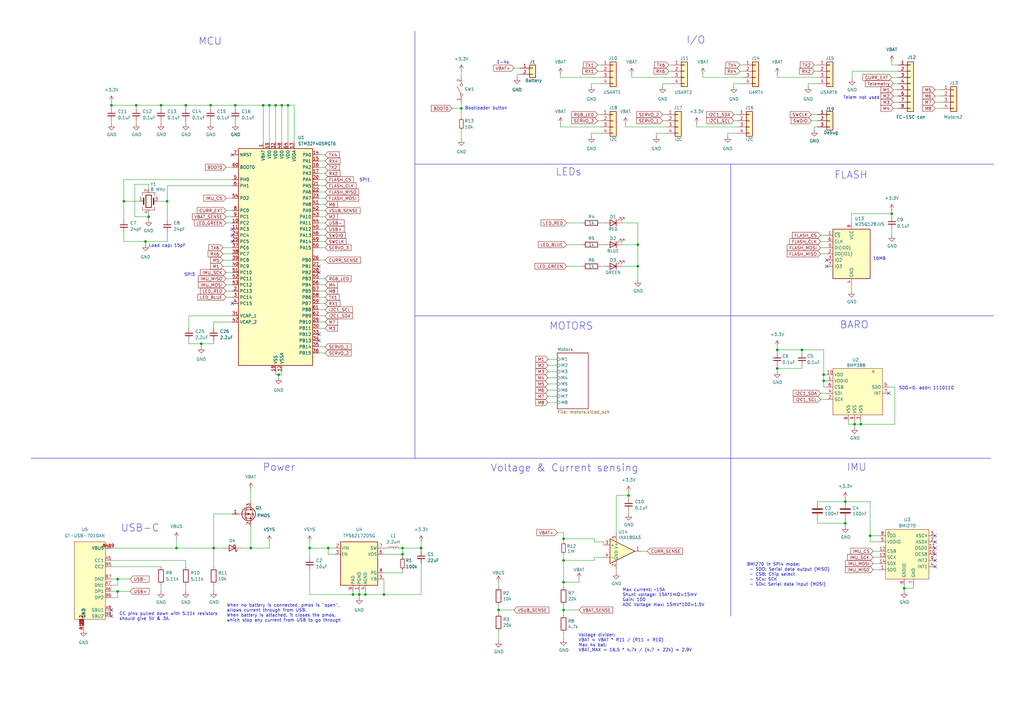
<source format=kicad_sch>
(kicad_sch (version 20231120) (generator "eeschema") (generator_version "8.0")
  (paper "A3")
  (junction (at 96.52 43.18))
  (junction (at 165.1 227.33))
  (junction (at 204.47 250.19))
  (junction (at 337.82 153.67))
  (junction (at 66.04 43.18))
  (junction (at 147.32 243.84))
  (junction (at 127 224.79))
  (junction (at 144.78 243.84))
  (junction (at 86.36 43.18))
  (junction (at 356.87 219.71))
  (junction (at 346.71 214.63))
  (junction (at 350.52 173.99))
  (junction (at 337.82 156.21))
  (junction (at 48.26 237.49))
  (junction (at 149.86 243.84))
  (junction (at 107.95 43.18))
  (junction (at 365.76 87.63))
  (junction (at 114.3 153.67))
  (junction (at 76.2 43.18))
  (junction (at 346.71 205.74))
  (junction (at 257.81 203.2))
  (junction (at 261.62 100.33))
  (junction (at 48.26 242.57))
  (junction (at 231.14 229.87))
  (junction (at 165.1 224.79))
  (junction (at 353.06 173.99))
  (junction (at 72.39 224.79))
  (junction (at 231.14 238.76))
  (junction (at 60.96 88.9))
  (junction (at 261.62 109.22))
  (junction (at 172.72 224.79))
  (junction (at 110.49 43.18))
  (junction (at 231.14 220.98))
  (junction (at 157.48 243.84))
  (junction (at 370.84 241.3))
  (junction (at 45.72 43.18))
  (junction (at 68.58 82.55))
  (junction (at 231.14 250.19))
  (junction (at 318.77 151.13))
  (junction (at 87.63 224.79))
  (junction (at 55.88 43.18))
  (junction (at 318.77 143.51))
  (junction (at 328.93 143.51))
  (junction (at 118.11 43.18))
  (junction (at 82.55 140.97))
  (junction (at 189.23 44.45))
  (junction (at 134.62 224.79))
  (junction (at 59.69 99.06))
  (junction (at 50.8 82.55))
  (junction (at 115.57 43.18))
  (junction (at 113.03 43.18))
  (junction (at 102.87 224.79))
  (no_connect (at 383.54 222.25))
  (no_connect (at 364.49 161.29))
  (no_connect (at 339.09 109.22))
  (no_connect (at 383.54 227.33))
  (no_connect (at 95.25 96.52))
  (no_connect (at 95.25 124.46))
  (no_connect (at 45.72 252.73))
  (no_connect (at 130.81 137.16))
  (no_connect (at 95.25 93.98))
  (no_connect (at 383.54 229.87))
  (no_connect (at 130.81 139.7))
  (no_connect (at 45.72 250.19))
  (no_connect (at 383.54 219.71))
  (no_connect (at 130.81 109.22))
  (no_connect (at 339.09 106.68))
  (no_connect (at 383.54 224.79))
  (no_connect (at 95.25 99.06))
  (no_connect (at 383.54 232.41))
  (no_connect (at 95.25 63.5))
  (no_connect (at 130.81 111.76))
  (wire (pts (xy 127 233.68) (xy 127 243.84)))
  (wire (pts (xy 285.75 50.8) (xy 285.75 52.07)))
  (wire (pts (xy 224.79 160.02) (xy 228.6 160.02)))
  (wire (pts (xy 331.47 34.29) (xy 335.28 34.29)))
  (wire (pts (xy 365.76 26.67) (xy 368.3 26.67)))
  (wire (pts (xy 127 224.79) (xy 127 228.6)))
  (wire (pts (xy 76.2 49.53) (xy 76.2 50.8)))
  (wire (pts (xy 204.47 250.19) (xy 210.82 250.19)))
  (wire (pts (xy 224.79 157.48) (xy 228.6 157.48)))
  (wire (pts (xy 45.72 43.18) (xy 45.72 44.45)))
  (wire (pts (xy 365.76 25.4) (xy 365.76 26.67)))
  (wire (pts (xy 300.99 46.99) (xy 302.26 46.99)))
  (wire (pts (xy 130.81 134.62) (xy 133.35 134.62)))
  (wire (pts (xy 204.47 251.46) (xy 204.47 250.19)))
  (wire (pts (xy 50.8 82.55) (xy 50.8 90.17)))
  (wire (pts (xy 50.8 95.25) (xy 50.8 99.06)))
  (wire (pts (xy 110.49 224.79) (xy 110.49 222.25)))
  (wire (pts (xy 144.78 243.84) (xy 144.78 242.57)))
  (wire (pts (xy 332.74 49.53) (xy 335.28 49.53)))
  (wire (pts (xy 365.76 93.98) (xy 365.76 96.52)))
  (wire (pts (xy 224.79 147.32) (xy 228.6 147.32)))
  (wire (pts (xy 92.71 119.38) (xy 95.25 119.38)))
  (wire (pts (xy 318.77 142.24) (xy 318.77 143.51)))
  (wire (pts (xy 337.82 156.21) (xy 339.09 156.21)))
  (wire (pts (xy 271.78 46.99) (xy 273.05 46.99)))
  (wire (pts (xy 157.48 227.33) (xy 165.1 227.33)))
  (wire (pts (xy 60.96 88.9) (xy 60.96 90.17)))
  (wire (pts (xy 350.52 173.99) (xy 347.98 173.99)))
  (wire (pts (xy 350.52 172.72) (xy 350.52 173.99)))
  (wire (pts (xy 298.45 55.88) (xy 298.45 54.61)))
  (wire (pts (xy 231.14 227.33) (xy 231.14 229.87)))
  (wire (pts (xy 261.62 91.44) (xy 261.62 100.33)))
  (wire (pts (xy 350.52 173.99) (xy 353.06 173.99)))
  (wire (pts (xy 113.03 153.67) (xy 113.03 152.4)))
  (wire (pts (xy 50.8 99.06) (xy 59.69 99.06)))
  (wire (pts (xy 366.395 39.37) (xy 368.3 39.37)))
  (wire (pts (xy 64.77 82.55) (xy 68.58 82.55)))
  (wire (pts (xy 87.63 224.79) (xy 91.44 224.79)))
  (wire (pts (xy 115.57 153.67) (xy 115.57 152.4)))
  (wire (pts (xy 130.81 68.58) (xy 133.35 68.58)))
  (wire (pts (xy 77.47 129.54) (xy 77.47 134.62)))
  (wire (pts (xy 95.25 129.54) (xy 77.47 129.54)))
  (wire (pts (xy 358.14 226.06) (xy 360.68 226.06)))
  (wire (pts (xy 358.14 231.14) (xy 360.68 231.14)))
  (wire (pts (xy 300.99 35.56) (xy 300.99 34.29)))
  (wire (pts (xy 318.77 31.75) (xy 335.28 31.75)))
  (wire (pts (xy 45.72 240.03) (xy 48.26 240.03)))
  (wire (pts (xy 66.04 232.41) (xy 45.72 232.41)))
  (wire (pts (xy 130.81 142.24) (xy 133.35 142.24)))
  (wire (pts (xy 157.48 224.79) (xy 158.75 224.79)))
  (wire (pts (xy 336.55 99.06) (xy 339.09 99.06)))
  (wire (pts (xy 189.23 31.75) (xy 189.23 29.21)))
  (wire (pts (xy 114.3 153.67) (xy 115.57 153.67)))
  (wire (pts (xy 130.81 83.82) (xy 133.35 83.82)))
  (wire (pts (xy 45.72 41.91) (xy 45.72 43.18)))
  (wire (pts (xy 163.83 224.79) (xy 165.1 224.79)))
  (wire (pts (xy 259.08 31.75) (xy 275.59 31.75)))
  (wire (pts (xy 59.69 99.06) (xy 59.69 100.33)))
  (wire (pts (xy 318.77 143.51) (xy 328.93 143.51)))
  (wire (pts (xy 76.2 43.18) (xy 76.2 44.45)))
  (wire (pts (xy 130.81 127) (xy 133.35 127)))
  (wire (pts (xy 337.82 153.67) (xy 337.82 156.21)))
  (wire (pts (xy 102.87 215.9) (xy 102.87 224.79)))
  (wire (pts (xy 130.81 86.36) (xy 133.35 86.36)))
  (wire (pts (xy 257.81 203.2) (xy 252.73 203.2)))
  (wire (pts (xy 364.49 158.75) (xy 367.03 158.75)))
  (wire (pts (xy 224.79 165.1) (xy 228.6 165.1)))
  (wire (pts (xy 246.38 109.22) (xy 247.65 109.22)))
  (wire (pts (xy 45.72 224.79) (xy 72.39 224.79)))
  (wire (pts (xy 242.57 54.61) (xy 246.38 54.61)))
  (wire (pts (xy 130.81 63.5) (xy 133.35 63.5)))
  (wire (pts (xy 383.54 44.45) (xy 386.08 44.45)))
  (wire (pts (xy 92.71 86.36) (xy 95.25 86.36)))
  (wire (pts (xy 274.32 29.21) (xy 275.59 29.21)))
  (wire (pts (xy 87.63 242.57) (xy 87.63 240.03)))
  (wire (pts (xy 130.81 129.54) (xy 133.35 129.54)))
  (polyline (pts (xy 170.18 129.54) (xy 407.67 129.54)))
  (wire (pts (xy 346.71 205.74) (xy 335.28 205.74)))
  (wire (pts (xy 157.48 237.49) (xy 157.48 243.84)))
  (wire (pts (xy 96.52 49.53) (xy 96.52 50.8)))
  (wire (pts (xy 335.28 214.63) (xy 346.71 214.63)))
  (wire (pts (xy 87.63 132.08) (xy 95.25 132.08)))
  (wire (pts (xy 130.81 121.92) (xy 133.35 121.92)))
  (wire (pts (xy 242.57 55.88) (xy 242.57 54.61)))
  (wire (pts (xy 107.95 43.18) (xy 107.95 58.42)))
  (wire (pts (xy 383.54 39.37) (xy 386.08 39.37)))
  (wire (pts (xy 224.79 149.86) (xy 228.6 149.86)))
  (wire (pts (xy 76.2 43.18) (xy 86.36 43.18)))
  (wire (pts (xy 50.8 73.66) (xy 50.8 82.55)))
  (wire (pts (xy 224.79 152.4) (xy 228.6 152.4)))
  (wire (pts (xy 252.73 233.68) (xy 252.73 234.95)))
  (wire (pts (xy 212.09 30.48) (xy 213.36 30.48)))
  (wire (pts (xy 134.62 224.79) (xy 137.16 224.79)))
  (wire (pts (xy 127 224.79) (xy 134.62 224.79)))
  (wire (pts (xy 87.63 140.97) (xy 82.55 140.97)))
  (wire (pts (xy 172.72 243.84) (xy 172.72 231.14)))
  (wire (pts (xy 45.72 49.53) (xy 45.72 50.8)))
  (wire (pts (xy 257.81 201.93) (xy 257.81 203.2)))
  (wire (pts (xy 353.06 173.99) (xy 353.06 172.72)))
  (wire (pts (xy 72.39 220.98) (xy 72.39 224.79)))
  (wire (pts (xy 87.63 232.41) (xy 87.63 224.79)))
  (wire (pts (xy 91.44 104.14) (xy 95.25 104.14)))
  (polyline (pts (xy 170.18 12.7) (xy 170.18 187.96)))
  (wire (pts (xy 82.55 140.97) (xy 82.55 142.24)))
  (wire (pts (xy 34.29 256.54) (xy 34.29 258.445)))
  (wire (pts (xy 72.39 224.79) (xy 87.63 224.79)))
  (wire (pts (xy 120.65 58.42) (xy 120.65 43.18)))
  (wire (pts (xy 256.54 52.07) (xy 273.05 52.07)))
  (wire (pts (xy 261.62 109.22) (xy 261.62 114.935)))
  (wire (pts (xy 212.09 31.75) (xy 212.09 30.48)))
  (wire (pts (xy 55.88 43.18) (xy 66.04 43.18)))
  (wire (pts (xy 204.47 262.89) (xy 204.47 259.08)))
  (wire (pts (xy 224.79 162.56) (xy 228.6 162.56)))
  (wire (pts (xy 367.03 173.99) (xy 367.03 158.75)))
  (wire (pts (xy 349.25 87.63) (xy 349.25 91.44)))
  (wire (pts (xy 334.01 26.67) (xy 335.28 26.67)))
  (wire (pts (xy 269.24 54.61) (xy 273.05 54.61)))
  (wire (pts (xy 96.52 43.18) (xy 107.95 43.18)))
  (wire (pts (xy 92.71 91.44) (xy 95.25 91.44)))
  (wire (pts (xy 165.1 224.79) (xy 172.72 224.79)))
  (wire (pts (xy 45.72 237.49) (xy 48.26 237.49)))
  (wire (pts (xy 358.14 228.6) (xy 360.68 228.6)))
  (wire (pts (xy 246.38 91.44) (xy 247.65 91.44)))
  (wire (pts (xy 366.395 36.83) (xy 368.3 36.83)))
  (wire (pts (xy 346.71 205.74) (xy 346.71 204.47)))
  (wire (pts (xy 243.84 220.98) (xy 231.14 220.98)))
  (wire (pts (xy 318.77 30.48) (xy 318.77 31.75)))
  (wire (pts (xy 242.57 34.29) (xy 246.38 34.29)))
  (wire (pts (xy 356.87 222.25) (xy 360.68 222.25)))
  (wire (pts (xy 92.71 88.9) (xy 95.25 88.9)))
  (wire (pts (xy 165.1 234.95) (xy 165.1 233.68)))
  (wire (pts (xy 48.26 242.57) (xy 48.26 245.11)))
  (wire (pts (xy 231.14 250.19) (xy 237.49 250.19)))
  (wire (pts (xy 45.72 43.18) (xy 55.88 43.18)))
  (wire (pts (xy 300.99 34.29) (xy 304.8 34.29)))
  (wire (pts (xy 66.04 49.53) (xy 66.04 50.8)))
  (wire (pts (xy 271.78 49.53) (xy 273.05 49.53)))
  (wire (pts (xy 130.81 101.6) (xy 133.35 101.6)))
  (wire (pts (xy 347.98 173.99) (xy 347.98 172.72)))
  (wire (pts (xy 130.81 66.04) (xy 133.35 66.04)))
  (wire (pts (xy 130.81 76.2) (xy 133.35 76.2)))
  (wire (pts (xy 245.11 26.67) (xy 246.38 26.67)))
  (wire (pts (xy 257.81 203.2) (xy 257.81 204.47)))
  (wire (pts (xy 232.41 100.33) (xy 238.76 100.33)))
  (wire (pts (xy 130.81 73.66) (xy 133.35 73.66)))
  (wire (pts (xy 255.27 109.22) (xy 261.62 109.22)))
  (wire (pts (xy 95.25 76.2) (xy 68.58 76.2)))
  (wire (pts (xy 76.2 242.57) (xy 76.2 240.03)))
  (wire (pts (xy 87.63 134.62) (xy 87.63 132.08)))
  (wire (pts (xy 91.44 109.22) (xy 95.25 109.22)))
  (wire (pts (xy 370.84 240.03) (xy 370.84 241.3)))
  (wire (pts (xy 130.81 81.28) (xy 133.35 81.28)))
  (wire (pts (xy 165.1 227.33) (xy 165.1 224.79)))
  (wire (pts (xy 346.71 205.74) (xy 356.87 205.74)))
  (wire (pts (xy 318.77 151.13) (xy 328.93 151.13)))
  (wire (pts (xy 335.28 213.36) (xy 335.28 214.63)))
  (wire (pts (xy 172.72 226.06) (xy 172.72 224.79)))
  (wire (pts (xy 328.93 144.78) (xy 328.93 143.51)))
  (wire (pts (xy 243.84 228.6) (xy 247.65 228.6)))
  (wire (pts (xy 349.25 116.84) (xy 349.25 119.38)))
  (wire (pts (xy 110.49 58.42) (xy 110.49 43.18)))
  (wire (pts (xy 339.09 158.75) (xy 337.82 158.75)))
  (wire (pts (xy 339.09 153.67) (xy 337.82 153.67)))
  (wire (pts (xy 237.49 238.76) (xy 237.49 237.49)))
  (wire (pts (xy 346.71 214.63) (xy 346.71 215.9)))
  (wire (pts (xy 115.57 58.42) (xy 115.57 43.18)))
  (wire (pts (xy 353.06 173.99) (xy 367.03 173.99)))
  (wire (pts (xy 96.52 43.18) (xy 96.52 44.45)))
  (wire (pts (xy 48.26 237.49) (xy 53.34 237.49)))
  (wire (pts (xy 224.79 154.94) (xy 228.6 154.94)))
  (wire (pts (xy 68.58 76.2) (xy 68.58 82.55)))
  (wire (pts (xy 165.1 228.6) (xy 165.1 227.33)))
  (wire (pts (xy 229.87 30.48) (xy 229.87 31.75)))
  (wire (pts (xy 303.53 29.21) (xy 304.8 29.21)))
  (wire (pts (xy 86.36 49.53) (xy 86.36 50.8)))
  (wire (pts (xy 92.71 111.76) (xy 95.25 111.76)))
  (wire (pts (xy 66.04 242.57) (xy 66.04 240.03)))
  (wire (pts (xy 87.63 210.82) (xy 95.25 210.82)))
  (wire (pts (xy 300.99 49.53) (xy 302.26 49.53)))
  (wire (pts (xy 114.3 153.67) (xy 113.03 153.67)))
  (wire (pts (xy 91.44 106.68) (xy 95.25 106.68)))
  (wire (pts (xy 331.47 35.56) (xy 331.47 34.29)))
  (wire (pts (xy 68.58 82.55) (xy 68.58 90.17)))
  (wire (pts (xy 66.04 43.18) (xy 76.2 43.18)))
  (wire (pts (xy 130.81 114.3) (xy 133.35 114.3)))
  (wire (pts (xy 383.54 36.83) (xy 386.08 36.83)))
  (wire (pts (xy 76.2 232.41) (xy 76.2 229.87)))
  (wire (pts (xy 356.87 219.71) (xy 356.87 222.25)))
  (wire (pts (xy 336.55 104.14) (xy 339.09 104.14)))
  (wire (pts (xy 59.69 99.06) (xy 68.58 99.06)))
  (wire (pts (xy 256.54 50.8) (xy 256.54 52.07)))
  (wire (pts (xy 252.73 203.2) (xy 252.73 218.44)))
  (wire (pts (xy 261.62 100.33) (xy 261.62 109.22)))
  (wire (pts (xy 328.93 143.51) (xy 337.82 143.51)))
  (wire (pts (xy 358.14 233.68) (xy 360.68 233.68)))
  (wire (pts (xy 127 222.25) (xy 127 224.79)))
  (wire (pts (xy 243.84 222.25) (xy 247.65 222.25)))
  (wire (pts (xy 60.96 77.47) (xy 60.96 75.565)))
  (wire (pts (xy 113.03 58.42) (xy 113.03 43.18)))
  (wire (pts (xy 336.55 163.83) (xy 339.09 163.83)))
  (wire (pts (xy 120.65 43.18) (xy 118.11 43.18)))
  (wire (pts (xy 246.38 100.33) (xy 247.65 100.33)))
  (wire (pts (xy 374.65 241.3) (xy 374.65 240.03)))
  (wire (pts (xy 130.81 124.46) (xy 133.35 124.46)))
  (wire (pts (xy 247.65 222.25) (xy 247.65 223.52)))
  (polyline (pts (xy 12.7 187.96) (xy 406.4 187.96)))
  (wire (pts (xy 91.44 101.6) (xy 95.25 101.6)))
  (wire (pts (xy 68.58 99.06) (xy 68.58 95.25)))
  (wire (pts (xy 115.57 43.18) (xy 118.11 43.18)))
  (wire (pts (xy 204.47 240.665) (xy 204.47 238.76)))
  (wire (pts (xy 60.96 87.63) (xy 60.96 88.9)))
  (wire (pts (xy 383.54 41.91) (xy 386.08 41.91)))
  (wire (pts (xy 86.36 43.18) (xy 96.52 43.18)))
  (wire (pts (xy 255.27 91.44) (xy 261.62 91.44)))
  (wire (pts (xy 231.14 218.44) (xy 231.14 220.98)))
  (wire (pts (xy 130.81 132.08) (xy 133.35 132.08)))
  (wire (pts (xy 118.11 58.42) (xy 118.11 43.18)))
  (wire (pts (xy 232.41 109.22) (xy 238.76 109.22)))
  (wire (pts (xy 55.88 43.18) (xy 55.88 44.45)))
  (wire (pts (xy 346.71 214.63) (xy 346.71 213.36)))
  (wire (pts (xy 48.26 242.57) (xy 53.34 242.57)))
  (wire (pts (xy 245.11 29.21) (xy 246.38 29.21)))
  (wire (pts (xy 130.81 99.06) (xy 133.35 99.06)))
  (wire (pts (xy 114.3 154.94) (xy 114.3 153.67)))
  (wire (pts (xy 298.45 54.61) (xy 302.26 54.61)))
  (wire (pts (xy 55.245 75.565) (xy 55.245 88.9)))
  (polyline (pts (xy 299.72 67.31) (xy 299.72 252.73)))
  (wire (pts (xy 229.87 31.75) (xy 246.38 31.75)))
  (wire (pts (xy 318.77 143.51) (xy 318.77 144.78)))
  (wire (pts (xy 130.81 116.84) (xy 133.35 116.84)))
  (wire (pts (xy 274.32 26.67) (xy 275.59 26.67)))
  (wire (pts (xy 92.71 68.58) (xy 95.25 68.58)))
  (wire (pts (xy 228.6 218.44) (xy 231.14 218.44)))
  (wire (pts (xy 149.86 243.84) (xy 157.48 243.84)))
  (wire (pts (xy 147.32 243.84) (xy 144.78 243.84)))
  (wire (pts (xy 332.74 46.99) (xy 335.28 46.99)))
  (wire (pts (xy 149.86 243.84) (xy 147.32 243.84)))
  (wire (pts (xy 356.87 219.71) (xy 356.87 205.74)))
  (wire (pts (xy 50.8 73.66) (xy 95.25 73.66)))
  (wire (pts (xy 60.96 75.565) (xy 55.245 75.565)))
  (wire (pts (xy 288.29 31.75) (xy 304.8 31.75)))
  (wire (pts (xy 231.14 229.87) (xy 243.84 229.87)))
  (wire (pts (xy 365.76 86.36) (xy 365.76 87.63)))
  (wire (pts (xy 365.76 31.75) (xy 368.3 31.75)))
  (wire (pts (xy 271.78 34.29) (xy 275.59 34.29)))
  (wire (pts (xy 257.81 209.55) (xy 257.81 210.82)))
  (wire (pts (xy 328.93 151.13) (xy 328.93 149.86)))
  (wire (pts (xy 334.01 53.34) (xy 334.01 52.07)))
  (wire (pts (xy 134.62 227.33) (xy 134.62 224.79)))
  (wire (pts (xy 102.87 224.79) (xy 110.49 224.79)))
  (wire (pts (xy 231.14 250.19) (xy 231.14 252.095)))
  (wire (pts (xy 231.14 229.87) (xy 231.14 238.76)))
  (wire (pts (xy 243.84 220.98) (xy 243.84 222.25)))
  (wire (pts (xy 149.86 242.57) (xy 149.86 243.84)))
  (wire (pts (xy 137.16 227.33) (xy 134.62 227.33)))
  (wire (pts (xy 285.75 52.07) (xy 302.26 52.07)))
  (wire (pts (xy 130.81 88.9) (xy 133.35 88.9)))
  (wire (pts (xy 204.47 250.19) (xy 204.47 248.285)))
  (wire (pts (xy 231.14 248.285) (xy 231.14 250.19)))
  (wire (pts (xy 113.03 43.18) (xy 115.57 43.18)))
  (wire (pts (xy 99.06 224.79) (xy 102.87 224.79)))
  (wire (pts (xy 92.71 81.28) (xy 95.25 81.28)))
  (wire (pts (xy 318.77 149.86) (xy 318.77 151.13)))
  (wire (pts (xy 130.81 93.98) (xy 133.35 93.98)))
  (wire (pts (xy 102.87 200.66) (xy 102.87 205.74)))
  (wire (pts (xy 262.89 226.06) (xy 265.43 226.06)))
  (wire (pts (xy 87.63 224.79) (xy 87.63 210.82)))
  (wire (pts (xy 82.55 140.97) (xy 77.47 140.97)))
  (wire (pts (xy 245.11 49.53) (xy 246.38 49.53)))
  (wire (pts (xy 229.87 50.8) (xy 229.87 52.07)))
  (wire (pts (xy 157.48 234.95) (xy 165.1 234.95)))
  (wire (pts (xy 366.395 41.91) (xy 368.3 41.91)))
  (wire (pts (xy 77.47 140.97) (xy 77.47 139.7)))
  (wire (pts (xy 130.81 119.38) (xy 133.35 119.38)))
  (wire (pts (xy 130.81 71.12) (xy 133.35 71.12)))
  (wire (pts (xy 107.95 43.18) (xy 110.49 43.18)))
  (wire (pts (xy 130.81 106.68) (xy 133.35 106.68)))
  (wire (pts (xy 334.01 52.07) (xy 335.28 52.07)))
  (wire (pts (xy 303.53 26.67) (xy 304.8 26.67)))
  (wire (pts (xy 147.32 243.84) (xy 147.32 245.11)))
  (wire (pts (xy 366.395 44.45) (xy 368.3 44.45)))
  (wire (pts (xy 337.82 143.51) (xy 337.82 153.67)))
  (wire (pts (xy 370.84 241.3) (xy 374.65 241.3)))
  (wire (pts (xy 334.01 29.21) (xy 335.28 29.21)))
  (wire (pts (xy 288.29 30.48) (xy 288.29 31.75)))
  (wire (pts (xy 147.32 242.57) (xy 147.32 243.84)))
  (wire (pts (xy 349.25 87.63) (xy 365.76 87.63)))
  (wire (pts (xy 271.78 35.56) (xy 271.78 34.29)))
  (wire (pts (xy 92.71 114.3) (xy 95.25 114.3)))
  (wire (pts (xy 243.84 229.87) (xy 243.84 228.6)))
  (wire (pts (xy 210.82 27.94) (xy 213.36 27.94)))
  (wire (pts (xy 48.26 237.49) (xy 48.26 240.03)))
  (wire (pts (xy 189.23 53.34) (xy 189.23 57.15)))
  (wire (pts (xy 185.42 44.45) (xy 189.23 44.45)))
  (wire (pts (xy 231.14 238.76) (xy 237.49 238.76)))
  (wire (pts (xy 366.395 34.29) (xy 368.3 34.29)))
  (wire (pts (xy 127 243.84) (xy 144.78 243.84)))
  (wire (pts (xy 242.57 35.56) (xy 242.57 34.29)))
  (wire (pts (xy 349.504 32.385) (xy 349.504 29.21)))
  (wire (pts (xy 245.11 46.99) (xy 246.38 46.99)))
  (wire (pts (xy 229.87 52.07) (xy 246.38 52.07)))
  (wire (pts (xy 231.14 259.715) (xy 231.14 262.255)))
  (wire (pts (xy 55.88 49.53) (xy 55.88 50.8)))
  (wire (pts (xy 350.52 173.99) (xy 350.52 175.26)))
  (wire (pts (xy 336.55 161.29) (xy 339.09 161.29)))
  (wire (pts (xy 259.08 30.48) (xy 259.08 31.75)))
  (wire (pts (xy 336.55 96.52) (xy 339.09 96.52)))
  (wire (pts (xy 231.14 238.76) (xy 231.14 240.665)))
  (wire (pts (xy 349.504 29.21) (xy 368.3 29.21)))
  (wire (pts (xy 76.2 229.87) (xy 45.72 229.87)))
  (wire (pts (xy 269.24 55.88) (xy 269.24 54.61)))
  (wire (pts (xy 360.68 219.71) (xy 356.87 219.71)))
  (wire (pts (xy 92.71 116.84) (xy 95.25 116.84)))
  (wire (pts (xy 231.14 220.98) (xy 231.14 222.25)))
  (wire (pts (xy 86.36 43.18) (xy 86.36 44.45)))
  (wire (pts (xy 45.72 245.11) (xy 48.26 245.11)))
  (wire (pts (xy 92.71 121.92) (xy 95.25 121.92)))
  (wire (pts (xy 336.55 101.6) (xy 339.09 101.6)))
  (wire (pts (xy 318.77 151.13) (xy 318.77 152.4)))
  (wire (pts (xy 365.76 87.63) (xy 365.76 88.9)))
  (wire (pts (xy 172.72 224.79) (xy 172.72 222.25)))
  (wire (pts (xy 130.81 96.52) (xy 133.35 96.52)))
  (wire (pts (xy 255.27 100.33) (xy 261.62 100.33)))
  (polyline (pts (xy 170.18 67.31) (xy 407.67 67.31)))
  (wire (pts (xy 232.41 91.44) (xy 238.76 91.44)))
  (wire (pts (xy 45.72 242.57) (xy 48.26 242.57)))
  (wire (pts (xy 87.63 139.7) (xy 87.63 140.97)))
  (wire (pts (xy 66.04 43.18) (xy 66.04 44.45)))
  (wire (pts (xy 130.81 78.74) (xy 133.35 78.74)))
  (wire (pts (xy 50.8 82.55) (xy 57.15 82.55)))
  (wire (pts (xy 110.49 43.18) (xy 113.03 43.18)))
  (wire (pts (xy 337.82 156.21) (xy 337.82 158.75)))
  (wire (pts (xy 370.84 241.3) (xy 370.84 242.57)))
  (wire (pts (xy 55.245 88.9) (xy 60.96 88.9)))
  (wire (pts (xy 189.23 41.91) (xy 189.23 44.45)))
  (wire (pts (xy 130.81 144.78) (xy 133.35 144.78)))
  (wire (pts (xy 189.23 44.45) (xy 189.23 48.26)))
  (wire (pts (xy 130.81 91.44) (xy 133.35 91.44)))
  (wire (pts (xy 157.48 243.84) (xy 172.72 243.84)))
  (text "Max current: ~15A\nShunt voltage: 15A*1mΩ=15mV\nGain: 100\nADC Voltage max: 15mV*100=1.5V" (at 255.27 245.11 0) (effects (font (size 1.27 1.27)) (justify left)))
  (text "MCU" (at 81.28 18.796 0) (effects (font (size 2.9972 2.9972)) (justify left bottom)))
  (text "SDO=0, addr: 1110110" (at 379.984 159.258 0) (effects (font (size 1.27 1.27))))
  (text "BMI270 in SPI4 mode:\n - SDO: Serial data output (MISO)\n - CSB: Chip select\n - SCx: SCK\n - SDx: Serial data input (MOSI)" (at 306.324 240.538 0) (effects (font (size 1.27 1.27)) (justify left bottom)))
  (text "16MB" (at 360.68 106.172 0) (effects (font (size 1.27 1.27))))
  (text "Telem not used" (at 353.314 40.132 0) (effects (font (size 1.27 1.27))))
  (text "Voltage & Current sensing" (at 201.168 193.802 0) (effects (font (size 2.9972 2.9972)) (justify left bottom)))
  (text "LEDs" (at 227.838 72.39 0) (effects (font (size 2.9972 2.9972)) (justify left bottom)))
  (text "FLASH" (at 342.138 73.66 0) (effects (font (size 2.9972 2.9972)) (justify left bottom)))
  (text "IMU" (at 347.218 193.548 0) (effects (font (size 2.9972 2.9972)) (justify left bottom)))
  (text "I/O" (at 281.432 18.288 0) (effects (font (size 2.9972 2.9972)) (justify left bottom)))
  (text "CC pins pulled down with 5.11k resistors\nshould give 5V & 3A." (at 48.895 254.635 0) (effects (font (size 1.27 1.27)) (justify left bottom)))
  (text "Bootloader button" (at 199.39 44.45 0) (effects (font (size 1.27 1.27))))
  (text "BARO" (at 344.424 135.128 0) (effects (font (size 2.9972 2.9972)) (justify left bottom)))
  (text "Load cap: 15pF" (at 68.58 100.838 0) (effects (font (size 1.27 1.27))))
  (text "Voltage divider:\nVBAT = VBAT * R11 / (R11 + R10)\nMax 4s bat:\nVBAT_MAX = 16.5 * 4.7k / (4.7 + 22k) ≃ 2.9V" (at 237.236 267.462 0) (effects (font (size 1.27 1.27)) (justify left bottom)))
  (text "Power" (at 107.696 193.548 0) (effects (font (size 2.9972 2.9972)) (justify left bottom)))
  (text "SPI3" (at 77.724 112.776 0) (effects (font (size 1.27 1.27))))
  (text "USB-C" (at 49.53 218.44 0) (effects (font (size 2.9972 2.9972)) (justify left bottom)))
  (text "SPI1" (at 149.606 73.914 0) (effects (font (size 1.27 1.27))))
  (text "When no battery is connected, pmos is \"open\",\nallows current through from USB.\nWhen battery is attached, it closes the pmos,\nwhich stop any current from USB to go through" (at 92.964 255.27 0) (effects (font (size 1.27 1.27)) (justify left bottom)))
  (text "1-4s" (at 206.248 25.654 0) (effects (font (size 1.27 1.27))))
  (text "MOTORS" (at 225.298 135.636 0) (effects (font (size 2.9972 2.9972)) (justify left bottom)))
  (global_label "CURR_EXT" (shape input) (at 92.71 86.36 180) (property "Intersheetrefs" "${INTERSHEET_REFS}" (effects (hide yes))))
  (global_label "I2C1_SDA" (shape input) (at 336.55 161.29 180) (property "Intersheetrefs" "${INTERSHEET_REFS}" (effects (hide yes))))
  (global_label "VBAT+" (shape input) (at 228.6 218.44 180) (property "Intersheetrefs" "${INTERSHEET_REFS}" (effects (hide yes))))
  (global_label "VBAT_SENSE" (shape input) (at 237.49 250.19 0) (property "Intersheetrefs" "${INTERSHEET_REFS}" (effects (hide yes))))
  (global_label "I2C1_SCL" (shape input) (at 336.55 163.83 180) (property "Intersheetrefs" "${INTERSHEET_REFS}" (effects (hide yes))))
  (global_label "RGB_LED" (shape input) (at 133.35 114.3 0) (property "Intersheetrefs" "${INTERSHEET_REFS}" (effects (hide yes))))
  (global_label "TX6" (shape input) (at 91.44 101.6 180) (property "Intersheetrefs" "${INTERSHEET_REFS}" (effects (hide yes))))
  (global_label "LED_BLUE" (shape input) (at 92.71 121.92 180) (property "Intersheetrefs" "${INTERSHEET_REFS}" (effects (hide yes))))
  (global_label "IMU_MISO" (shape input) (at 92.71 114.3 180) (property "Intersheetrefs" "${INTERSHEET_REFS}" (effects (hide yes))))
  (global_label "M3" (shape input) (at 366.395 41.91 180) (property "Intersheetrefs" "${INTERSHEET_REFS}" (effects (hide yes))))
  (global_label "I2C1_SDA" (shape input) (at 300.99 46.99 180) (property "Intersheetrefs" "${INTERSHEET_REFS}" (effects (hide yes))))
  (global_label "I2C1_SDA" (shape input) (at 133.35 129.54 0) (property "Intersheetrefs" "${INTERSHEET_REFS}" (effects (hide yes))))
  (global_label "M4" (shape input) (at 224.79 154.94 180) (property "Intersheetrefs" "${INTERSHEET_REFS}" (effects (hide yes))))
  (global_label "FLASH_CS" (shape input) (at 133.35 73.66 0) (property "Intersheetrefs" "${INTERSHEET_REFS}" (effects (hide yes))))
  (global_label "IMU_MOSI" (shape input) (at 358.14 231.14 180) (property "Intersheetrefs" "${INTERSHEET_REFS}" (effects (hide yes))))
  (global_label "VBAT+" (shape input) (at 210.82 27.94 180) (property "Intersheetrefs" "${INTERSHEET_REFS}" (effects (hide yes))))
  (global_label "SERVO_1" (shape input) (at 133.35 142.24 0) (property "Intersheetrefs" "${INTERSHEET_REFS}" (effects (hide yes))))
  (global_label "IMU_CS" (shape input) (at 92.71 81.28 180) (property "Intersheetrefs" "${INTERSHEET_REFS}" (effects (hide yes))))
  (global_label "SWDIO" (shape input) (at 133.35 96.52 0) (property "Intersheetrefs" "${INTERSHEET_REFS}" (effects (hide yes))))
  (global_label "TX2" (shape input) (at 334.01 26.67 180) (property "Intersheetrefs" "${INTERSHEET_REFS}" (effects (hide yes))))
  (global_label "M1" (shape input) (at 224.79 147.32 180) (property "Intersheetrefs" "${INTERSHEET_REFS}" (effects (hide yes))))
  (global_label "VSUB_SENSE" (shape input) (at 133.35 86.36 0) (property "Intersheetrefs" "${INTERSHEET_REFS}" (effects (hide yes))))
  (global_label "TX2" (shape input) (at 133.35 68.58 0) (property "Intersheetrefs" "${INTERSHEET_REFS}" (effects (hide yes))))
  (global_label "FLASH_MISO" (shape input) (at 133.35 78.74 0) (property "Intersheetrefs" "${INTERSHEET_REFS}" (effects (hide yes))))
  (global_label "M8" (shape input) (at 133.35 119.38 0) (property "Intersheetrefs" "${INTERSHEET_REFS}" (effects (hide yes))))
  (global_label "LED_RED" (shape input) (at 92.71 119.38 180) (property "Intersheetrefs" "${INTERSHEET_REFS}" (effects (hide yes))))
  (global_label "TX1" (shape input) (at 245.11 26.67 180) (property "Intersheetrefs" "${INTERSHEET_REFS}" (effects (hide yes))))
  (global_label "RX2" (shape input) (at 334.01 29.21 180) (property "Intersheetrefs" "${INTERSHEET_REFS}" (effects (hide yes))))
  (global_label "M7" (shape input) (at 133.35 132.08 0) (property "Intersheetrefs" "${INTERSHEET_REFS}" (effects (hide yes))))
  (global_label "M3" (shape input) (at 224.79 152.4 180) (property "Intersheetrefs" "${INTERSHEET_REFS}" (effects (hide yes))))
  (global_label "IMU_SCK" (shape input) (at 92.71 111.76 180) (property "Intersheetrefs" "${INTERSHEET_REFS}" (effects (hide yes))))
  (global_label "SWCLK" (shape input) (at 332.74 46.99 180) (property "Intersheetrefs" "${INTERSHEET_REFS}" (effects (hide yes))))
  (global_label "M5" (shape input) (at 224.79 157.48 180) (property "Intersheetrefs" "${INTERSHEET_REFS}" (effects (hide yes))))
  (global_label "SERVO_1" (shape input) (at 271.78 49.53 180) (property "Intersheetrefs" "${INTERSHEET_REFS}" (effects (hide yes))))
  (global_label "RX6" (shape input) (at 274.32 29.21 180) (property "Intersheetrefs" "${INTERSHEET_REFS}" (effects (hide yes))))
  (global_label "CURR_EXT" (shape input) (at 365.76 31.75 180) (property "Intersheetrefs" "${INTERSHEET_REFS}" (effects (hide yes))))
  (global_label "TX4" (shape input) (at 303.53 26.67 180) (property "Intersheetrefs" "${INTERSHEET_REFS}" (effects (hide yes))))
  (global_label "RX1" (shape input) (at 133.35 124.46 0) (property "Intersheetrefs" "${INTERSHEET_REFS}" (effects (hide yes))))
  (global_label "FLASH_MOSI" (shape input) (at 336.55 101.6 180) (property "Intersheetrefs" "${INTERSHEET_REFS}" (effects (hide yes))))
  (global_label "SERVO_2" (shape input) (at 271.78 46.99 180) (property "Intersheetrefs" "${INTERSHEET_REFS}" (effects (hide yes))))
  (global_label "TX1" (shape input) (at 133.35 121.92 0) (property "Intersheetrefs" "${INTERSHEET_REFS}" (effects (hide yes))))
  (global_label "M5" (shape input) (at 91.44 106.68 180) (property "Intersheetrefs" "${INTERSHEET_REFS}" (effects (hide yes))))
  (global_label "RX6" (shape input) (at 91.44 104.14 180) (property "Intersheetrefs" "${INTERSHEET_REFS}" (effects (hide yes))))
  (global_label "SERVO_2" (shape input) (at 133.35 144.78 0) (property "Intersheetrefs" "${INTERSHEET_REFS}" (effects (hide yes))))
  (global_label "LED_BLUE" (shape input) (at 232.41 100.33 180) (property "Intersheetrefs" "${INTERSHEET_REFS}" (effects (hide yes))))
  (global_label "M7" (shape input) (at 224.79 162.56 180) (property "Intersheetrefs" "${INTERSHEET_REFS}" (effects (hide yes))))
  (global_label "M8" (shape input) (at 383.54 44.45 180) (property "Intersheetrefs" "${INTERSHEET_REFS}" (effects (hide yes))))
  (global_label "M1" (shape input) (at 91.44 109.22 180) (property "Intersheetrefs" "${INTERSHEET_REFS}" (effects (hide yes))))
  (global_label "M2" (shape input) (at 224.79 149.86 180) (property "Intersheetrefs" "${INTERSHEET_REFS}" (effects (hide yes))))
  (global_label "USB+" (shape input) (at 133.35 93.98 0) (property "Intersheetrefs" "${INTERSHEET_REFS}" (effects (hide yes))))
  (global_label "LED_RED" (shape input) (at 232.41 91.44 180) (property "Intersheetrefs" "${INTERSHEET_REFS}" (effects (hide yes))))
  (global_label "USB-" (shape input) (at 133.35 91.44 0) (property "Intersheetrefs" "${INTERSHEET_REFS}" (effects (hide yes))))
  (global_label "CURR_SENSE" (shape input) (at 265.43 226.06 0) (property "Intersheetrefs" "${INTERSHEET_REFS}" (effects (hide yes))))
  (global_label "M1" (shape input) (at 366.395 36.83 180) (property "Intersheetrefs" "${INTERSHEET_REFS}" (effects (hide yes))))
  (global_label "FLASH_CLK" (shape input) (at 133.35 76.2 0) (property "Intersheetrefs" "${INTERSHEET_REFS}" (effects (hide yes))))
  (global_label "VSUB_SENSE" (shape input) (at 210.82 250.19 0) (property "Intersheetrefs" "${INTERSHEET_REFS}" (effects (hide yes))))
  (global_label "SWDIO" (shape input) (at 332.74 49.53 180) (property "Intersheetrefs" "${INTERSHEET_REFS}" (effects (hide yes))))
  (global_label "USB-" (shape input) (at 53.34 237.49 0) (property "Intersheetrefs" "${INTERSHEET_REFS}" (effects (hide yes))))
  (global_label "M6" (shape input) (at 224.79 160.02 180) (property "Intersheetrefs" "${INTERSHEET_REFS}" (effects (hide yes))))
  (global_label "TX4" (shape input) (at 133.35 63.5 0) (property "Intersheetrefs" "${INTERSHEET_REFS}" (effects (hide yes))))
  (global_label "LED_GREEN" (shape input) (at 232.41 109.22 180) (property "Intersheetrefs" "${INTERSHEET_REFS}" (effects (hide yes))))
  (global_label "M7" (shape input) (at 383.54 41.91 180) (property "Intersheetrefs" "${INTERSHEET_REFS}" (effects (hide yes))))
  (global_label "VBAT_SENSE" (shape input) (at 92.71 88.9 180) (property "Intersheetrefs" "${INTERSHEET_REFS}" (effects (hide yes))))
  (global_label "M6" (shape input) (at 133.35 83.82 0) (property "Intersheetrefs" "${INTERSHEET_REFS}" (effects (hide yes))))
  (global_label "SERVO_3" (shape input) (at 245.11 49.53 180) (property "Intersheetrefs" "${INTERSHEET_REFS}" (effects (hide yes))))
  (global_label "IMU_CS" (shape input) (at 358.14 226.06 180) (property "Intersheetrefs" "${INTERSHEET_REFS}" (effects (hide yes))))
  (global_label "FLASH_MISO" (shape input) (at 336.55 104.14 180) (property "Intersheetrefs" "${INTERSHEET_REFS}" (effects (hide yes))))
  (global_label "IMU_MOSI" (shape input) (at 92.71 116.84 180) (property "Intersheetrefs" "${INTERSHEET_REFS}" (effects (hide yes))))
  (global_label "Telemetry" (shape input) (at 366.395 34.29 180) (property "Intersheetrefs" "${INTERSHEET_REFS}" (effects (hide yes))))
  (global_label "SWCLK" (shape input) (at 133.35 99.06 0) (property "Intersheetrefs" "${INTERSHEET_REFS}" (effects (hide yes))))
  (global_label "I2C1_SCL" (shape input) (at 300.99 49.53 180) (property "Intersheetrefs" "${INTERSHEET_REFS}" (effects (hide yes))))
  (global_label "IMU_MISO" (shape input) (at 358.14 233.68 180) (property "Intersheetrefs" "${INTERSHEET_REFS}" (effects (hide yes))))
  (global_label "I2C1_SCL" (shape input) (at 133.35 127 0) (property "Intersheetrefs" "${INTERSHEET_REFS}" (effects (hide yes))))
  (global_label "BOOT0" (shape input) (at 185.42 44.45 180) (property "Intersheetrefs" "${INTERSHEET_REFS}" (effects (hide yes))))
  (global_label "M3" (shape input) (at 133.35 134.62 0) (property "Intersheetrefs" "${INTERSHEET_REFS}" (effects (hide yes))))
  (global_label "CURR_SENSE" (shape input) (at 133.35 106.68 0) (property "Intersheetrefs" "${INTERSHEET_REFS}" (effects (hide yes))))
  (global_label "M5" (shape input) (at 383.54 36.83 180) (property "Intersheetrefs" "${INTERSHEET_REFS}" (effects (hide yes))))
  (global_label "M4" (shape input) (at 366.395 44.45 180) (property "Intersheetrefs" "${INTERSHEET_REFS}" (effects (hide yes))))
  (global_label "FLASH_CLK" (shape input) (at 336.55 99.06 180) (property "Intersheetrefs" "${INTERSHEET_REFS}" (effects (hide yes))))
  (global_label "RX4" (shape input) (at 133.35 66.04 0) (property "Intersheetrefs" "${INTERSHEET_REFS}" (effects (hide yes))))
  (global_label "M2" (shape input) (at 133.35 88.9 0) (property "Intersheetrefs" "${INTERSHEET_REFS}" (effects (hide yes))))
  (global_label "RGB_LED" (shape input) (at 245.11 46.99 180) (property "Intersheetrefs" "${INTERSHEET_REFS}" (effects (hide yes))))
  (global_label "IMU_SCK" (shape input) (at 358.14 228.6 180) (property "Intersheetrefs" "${INTERSHEET_REFS}" (effects (hide yes))))
  (global_label "M2" (shape input) (at 366.395 39.37 180) (property "Intersheetrefs" "${INTERSHEET_REFS}" (effects (hide yes))))
  (global_label "FLASH_MOSI" (shape input) (at 133.35 81.28 0) (property "Intersheetrefs" "${INTERSHEET_REFS}" (effects (hide yes))))
  (global_label "TX6" (shape input) (at 274.32 26.67 180) (property "Intersheetrefs" "${INTERSHEET_REFS}" (effects (hide yes))))
  (global_label "RX1" (shape input) (at 245.11 29.21 180) (property "Intersheetrefs" "${INTERSHEET_REFS}" (effects (hide yes))))
  (global_label "RX4" (shape input) (at 303.53 29.21 180) (property "Intersheetrefs" "${INTERSHEET_REFS}" (effects (hide yes))))
  (global_label "M4" (shape input) (at 133.35 116.84 0) (property "Intersheetrefs" "${INTERSHEET_REFS}" (effects (hide yes))))
  (global_label "SERVO_3" (shape input) (at 133.35 101.6 0) (property "Intersheetrefs" "${INTERSHEET_REFS}" (effects (hide yes))))
  (global_label "BOOT0" (shape input) (at 92.71 68.58 180) (property "Intersheetrefs" "${INTERSHEET_REFS}" (effects (hide yes))))
  (global_label "M6" (shape input) (at 383.54 39.37 180) (property "Intersheetrefs" "${INTERSHEET_REFS}" (effects (hide yes))))
  (global_label "RX2" (shape input) (at 133.35 71.12 0) (property "Intersheetrefs" "${INTERSHEET_REFS}" (effects (hide yes))))
  (global_label "M8" (shape input) (at 224.79 165.1 180) (property "Intersheetrefs" "${INTERSHEET_REFS}" (effects (hide yes))))
  (global_label "FLASH_CS" (shape input) (at 336.55 96.52 180) (property "Intersheetrefs" "${INTERSHEET_REFS}" (effects (hide yes))))
  (global_label "LED_GREEN" (shape input) (at 92.71 91.44 180) (property "Intersheetrefs" "${INTERSHEET_REFS}" (effects (hide yes))))
  (global_label "USB+" (shape input) (at 53.34 242.57 0) (property "Intersheetrefs" "${INTERSHEET_REFS}" (effects (hide yes))))
  (symbol (lib_id "Device:D_Schottky") (at 95.25 224.79 180) (unit 1)
    (property "Reference" "D4" (at 95.25 221.742 0))
    (property "Value" "D_Schottky" (effects (hide yes)))
    (property "Footprint" "custom:D_SOD-523_NoSilk" (effects (hide yes)))
    (property "LSCS Part" "C455040" (effects (hide yes)))
  )
  (symbol (lib_id "power:GND") (at 82.55 142.24 0) (unit 1)
    (property "Reference" "#PWR082" (effects (hide yes)))
    (property "Value" "GND" (at 82.55 147.32 0))
  )
  (symbol (lib_id "power:GND") (at 66.04 242.57 0) (unit 1)
    (property "Reference" "#PWR015" (effects (hide yes)))
    (property "Value" "GND" (at 66.04 247.015 0))
  )
  (symbol (lib_id "power:GND") (at 365.76 96.52 0) (unit 1)
    (property "Reference" "#PWR023" (effects (hide yes)))
    (property "Value" "GND" (at 365.887 100.9142 0))
  )
  (symbol (lib_id "power:GND") (at 86.36 50.8 0) (unit 1)
    (property "Reference" "#PWR034" (effects (hide yes)))
    (property "Value" "GND" (at 86.487 55.1942 0))
  )
  (symbol (lib_id "Device:C_Small") (at 365.76 91.44 0) (unit 1)
    (property "Reference" "C9" (at 367.792 90.17 0) (effects (justify left)))
    (property "Value" "0.1uF" (at 367.792 92.71 0) (effects (justify left)))
    (property "Footprint" "custom:C_0402_1005Metric_NoSilk" (effects (hide yes)))
    (property "Description" "Unpolarized capacitor, small symbol" (effects (hide yes)))
  )
  (symbol (lib_name "+3.3V_1") (lib_id "power:+3.3V") (at 189.23 29.21 0) (unit 1)
    (property "Reference" "#PWR030" (effects (hide yes)))
    (property "Value" "+3.3V" (at 189.23 24.13 0))
    (property "Description" "Power symbol creates a global label with name \"+3.3V\"" (effects (hide yes)))
  )
  (symbol (lib_id "Connector_Generic:Conn_01x04") (at 280.67 29.21 0) (unit 1)
    (property "Reference" "J11" (at 278.892 23.876 0) (effects (justify left)))
    (property "Value" "USART2" (at 276.606 37.846 0) (effects (justify left)))
    (property "Footprint" "custom:Conn_4_Accesory" (effects (hide yes)))
    (property "Description" "Generic connector, single row, 01x04, script generated (kicad-library-utils/schlib/autogen/connector/)" (effects (hide yes)))
  )
  (symbol (lib_id "Device:C_Small") (at 76.2 46.99 0) (unit 1)
    (property "Reference" "C14" (at 78.74 45.7262 0) (effects (justify left)))
    (property "Value" "0.1uF" (at 78.74 48.2662 0) (effects (justify left)))
    (property "Footprint" "custom:C_0402_1005Metric_NoSilk" (effects (hide yes)))
    (property "Description" "Unpolarized capacitor, small symbol" (effects (hide yes)))
  )
  (symbol (lib_id "Device:LED") (at 251.46 100.33 180) (unit 1)
    (property "Reference" "D2" (at 251.46 97.79 0))
    (property "Value" "BLUE" (at 251.46 102.87 0))
    (property "Footprint" "custom:LED_0603_1608Metric_NoSilk" (effects (hide yes)))
  )
  (symbol (lib_id "Memory_Flash:W25Q128JVS") (at 349.25 104.14 0) (unit 1)
    (property "Reference" "U13" (at 350.52 89.662 0) (effects (justify left)))
    (property "Value" "W25Q128JVS" (at 350.52 91.948 0) (effects (justify left)))
    (property "Footprint" "Package_SO:SOIC-8_5.23x5.23mm_P1.27mm" (effects (hide yes)))
    (property "Datasheet" "http://www.winbond.com/resource-files/w25q128jv_dtr%20revc%2003272018%20plus.pdf" (effects (hide yes)))
    (property "Description" "128Mb Serial Flash Memory, Standard/Dual/Quad SPI, SOIC-8" (effects (hide yes)))
    (property "LCSC Part" "C97521" (effects (hide yes)))
  )
  (symbol (lib_id "power:GND") (at 242.57 35.56 0) (unit 1)
    (property "Reference" "#PWR066" (effects (hide yes)))
    (property "Value" "GND" (at 242.57 40.64 0))
    (property "Description" "Power symbol creates a global label with name \"GND\" , ground" (effects (hide yes)))
  )
  (symbol (lib_id "Device:R_Small") (at 189.23 50.8 0) (unit 1)
    (property "Reference" "R13" (at 190.5 49.53 0) (effects (justify left)))
    (property "Value" "10k" (at 190.5 52.07 0) (effects (justify left)))
    (property "Footprint" "custom:R_0402_1005Metric_NoSilk" (effects (hide yes)))
    (property "Description" "Resistor, small symbol" (effects (hide yes)))
  )
  (symbol (lib_id "power:GND") (at 261.62 114.935 0) (unit 1)
    (property "Reference" "#PWR012" (effects (hide yes)))
    (property "Value" "GND" (at 261.747 119.3292 0))
  )
  (symbol (lib_id "power:GND") (at 349.25 119.38 0) (unit 1)
    (property "Reference" "#PWR020" (effects (hide yes)))
    (property "Value" "GND" (at 349.377 123.7742 0))
  )
  (symbol (lib_id "Device:C_Small") (at 257.81 207.01 0) (unit 1)
    (property "Reference" "C10" (at 260.35 205.7462 0) (effects (justify left)))
    (property "Value" "0.1uF" (at 260.35 208.2862 0) (effects (justify left)))
    (property "Footprint" "custom:C_0402_1005Metric_NoSilk" (effects (hide yes)))
    (property "Description" "Unpolarized capacitor, small symbol" (effects (hide yes)))
  )
  (symbol (lib_id "Device:R") (at 242.57 100.33 270) (unit 1)
    (property "Reference" "R5" (at 242.57 97.79 90))
    (property "Value" "1k" (at 242.57 100.33 90))
    (property "Footprint" "custom:R_0402_1005Metric_NoSilk" (effects (hide yes)))
  )
  (symbol (lib_id "Amplifier_Current:INA180A3") (at 255.27 226.06 0) (unit 1)
    (property "Reference" "U14" (at 255.524 218.186 0))
    (property "Value" "INA180A3" (at 258.318 220.472 0))
    (property "Footprint" "Package_TO_SOT_SMD:SOT-23-5" (effects (hide yes)))
    (property "Datasheet" "http://www.ti.com/lit/ds/symlink/ina180.pdf" (effects (hide yes)))
    (property "Description" "Current Sense Amplifier, 1 Circuit, Rail-to-Rail, 26V, Gain 100 V/V, SOT-23-5" (effects (hide yes)))
    (property "LCSC Part" "C122882" (effects (hide yes)))
  )
  (symbol (lib_id "custom:VBAT") (at 102.87 200.66 0) (unit 1)
    (property "Reference" "#PWR025" (effects (hide yes)))
    (property "Value" "VBAT" (at 102.87 195.58 0))
    (property "Description" "Power symbol creates a global label with name \"VBAT\"" (effects (hide yes)))
  )
  (symbol (lib_id "power:GND") (at 87.63 242.57 0) (unit 1)
    (property "Reference" "#PWR017" (effects (hide yes)))
    (property "Value" "GND" (at 87.757 246.9642 0))
  )
  (symbol (lib_id "custom:VSYS") (at 127 222.25 0) (unit 1)
    (property "Reference" "#PWR026" (effects (hide yes)))
    (property "Value" "VSYS" (at 127 217.17 0))
    (property "Description" "Power symbol creates a global label with name \"VSYS\"" (effects (hide yes)))
  )
  (symbol (lib_id "Device:R") (at 204.47 244.475 0) (unit 1)
    (property "Reference" "R2" (at 206.248 243.3066 0) (effects (justify left)))
    (property "Value" "10k" (at 206.248 245.618 0) (effects (justify left)))
    (property "Footprint" "custom:R_0402_1005Metric_NoSilk" (effects (hide yes)))
  )
  (symbol (lib_name "+3.3V_1") (lib_id "power:+3.3V") (at 318.77 142.24 0) (unit 1)
    (property "Reference" "#PWR02" (effects (hide yes)))
    (property "Value" "+3.3V" (at 318.77 137.16 0))
    (property "Description" "Power symbol creates a global label with name \"+3.3V\"" (effects (hide yes)))
  )
  (symbol (lib_id "Device:R") (at 87.63 236.22 0) (unit 1)
    (property "Reference" "R11" (at 89.408 235.0516 0) (effects (justify left)))
    (property "Value" "10k" (at 89.408 237.363 0) (effects (justify left)))
    (property "Footprint" "custom:R_0402_1005Metric_NoSilk" (effects (hide yes)))
  )
  (symbol (lib_id "Device:C") (at 335.28 209.55 0) (unit 1)
    (property "Reference" "C3" (at 338.201 208.3816 0) (effects (justify left)))
    (property "Value" "100nF" (at 338.201 210.693 0) (effects (justify left)))
    (property "Footprint" "custom:C_0402_1005Metric_NoSilk" (effects (hide yes)))
  )
  (symbol (lib_id "power:GND") (at 59.69 100.33 0) (unit 1)
    (property "Reference" "#PWR018" (effects (hide yes)))
    (property "Value" "GND" (at 59.69 105.41 0))
  )
  (symbol (lib_id "power:GND") (at 76.2 242.57 0) (unit 1)
    (property "Reference" "#PWR016" (effects (hide yes)))
    (property "Value" "GND" (at 76.2 247.015 0))
  )
  (symbol (lib_id "Device:C_Small") (at 127 231.14 0) (unit 1)
    (property "Reference" "C2" (at 129.54 229.8762 0) (effects (justify left)))
    (property "Value" "10uF" (at 129.54 232.4162 0) (effects (justify left)))
    (property "Footprint" "custom:C_0402_1005Metric_NoSilk" (effects (hide yes)))
    (property "Description" "Unpolarized capacitor, small symbol" (effects (hide yes)))
  )
  (symbol (lib_id "power:VBUS") (at 72.39 220.98 0) (unit 1)
    (property "Reference" "#PWR065" (effects (hide yes)))
    (property "Value" "VBUS" (at 72.39 215.9 0))
    (property "Description" "Power symbol creates a global label with name \"VBUS\"" (effects (hide yes)))
  )
  (symbol (lib_id "Device:R_Small") (at 231.14 224.79 0) (unit 1)
    (property "Reference" "R12" (at 232.41 224.028 0) (effects (justify left)))
    (property "Value" "1m" (at 232.664 226.06 0) (effects (justify left)))
    (property "Footprint" "Resistor_SMD:R_1206_3216Metric" (effects (hide yes)))
    (property "Description" "Resistor, small symbol" (effects (hide yes)))
    (property "LCSC Part" "C7419993 " (effects (hide yes)))
  )
  (symbol (lib_id "Device:C_Small") (at 68.58 92.71 0) (unit 1)
    (property "Reference" "C8" (at 71.12 91.4462 0) (effects (justify left)))
    (property "Value" "24pF" (at 71.12 93.9862 0) (effects (justify left)))
    (property "Footprint" "custom:C_0402_1005Metric_NoSilk" (effects (hide yes)))
    (property "Description" "Unpolarized capacitor, small symbol" (effects (hide yes)))
  )
  (symbol (lib_name "+3.3V_1") (lib_id "power:+3.3V") (at 45.72 41.91 0) (unit 1)
    (property "Reference" "#PWR021" (effects (hide yes)))
    (property "Value" "+3.3V" (at 45.72 36.83 0))
    (property "Description" "Power symbol creates a global label with name \"+3.3V\"" (effects (hide yes)))
  )
  (symbol (lib_id "Device:LED") (at 251.46 109.22 180) (unit 1)
    (property "Reference" "D3" (at 251.46 106.68 0))
    (property "Value" "GREEN" (at 251.46 111.76 0))
    (property "Footprint" "custom:LED_0603_1608Metric_NoSilk" (effects (hide yes)))
  )
  (symbol (lib_id "Device:C") (at 346.71 209.55 0) (unit 1)
    (property "Reference" "C4" (at 349.631 208.3816 0) (effects (justify left)))
    (property "Value" "100nF" (at 349.631 210.693 0) (effects (justify left)))
    (property "Footprint" "custom:C_0402_1005Metric_NoSilk" (effects (hide yes)))
  )
  (symbol (lib_id "power:GND") (at 349.504 32.385 0) (unit 1)
    (property "Reference" "#PWR070" (effects (hide yes)))
    (property "Value" "GND" (at 349.504 36.83 0))
  )
  (symbol (lib_id "power:+3.3V") (at 346.71 204.47 0) (unit 1)
    (property "Reference" "#PWR05" (effects (hide yes)))
    (property "Value" "+3.3V" (at 346.71 199.39 0))
  )
  (symbol (lib_id "power:GND") (at 45.72 50.8 0) (unit 1)
    (property "Reference" "#PWR029" (effects (hide yes)))
    (property "Value" "GND" (at 45.847 55.1942 0))
  )
  (symbol (lib_id "custom:VBAT") (at 229.87 50.8 0) (unit 1)
    (property "Reference" "#PWR078" (effects (hide yes)))
    (property "Value" "VBAT" (at 229.87 45.72 0))
    (property "Description" "Power symbol creates a global label with name \"VBAT\"" (effects (hide yes)))
  )
  (symbol (lib_id "power:GND") (at 334.01 53.34 0) (unit 1)
    (property "Reference" "#PWR080" (effects (hide yes)))
    (property "Value" "GND" (at 334.01 57.785 0))
  )
  (symbol (lib_id "Connector_Generic:Conn_01x04") (at 307.34 49.53 0) (unit 1)
    (property "Reference" "J16" (at 305.562 44.196 0) (effects (justify left)))
    (property "Value" "I2C" (at 305.816 57.15 0) (effects (justify left)))
    (property "Footprint" "custom:Conn_4_Accesory" (effects (hide yes)))
    (property "Description" "Generic connector, single row, 01x04, script generated (kicad-library-utils/schlib/autogen/connector/)" (effects (hide yes)))
  )
  (symbol (lib_id "custom:VBAT") (at 365.76 25.4 0) (unit 1)
    (property "Reference" "#PWR081" (effects (hide yes)))
    (property "Value" "VBAT" (at 365.76 20.32 0))
    (property "Description" "Power symbol creates a global label with name \"VBAT\"" (effects (hide yes)))
  )
  (symbol (lib_id "power:GND") (at 189.23 57.15 0) (unit 1)
    (property "Reference" "#PWR038" (effects (hide yes)))
    (property "Value" "GND" (at 189.23 62.23 0))
    (property "Description" "Power symbol creates a global label with name \"GND\" , ground" (effects (hide yes)))
  )
  (symbol (lib_id "custom:VBAT") (at 229.87 30.48 0) (unit 1)
    (property "Reference" "#PWR067" (effects (hide yes)))
    (property "Value" "VBAT" (at 229.87 25.4 0))
    (property "Description" "Power symbol creates a global label with name \"VBAT\"" (effects (hide yes)))
  )
  (symbol (lib_name "+3.3V_1") (lib_id "power:+3.3V") (at 257.81 201.93 0) (unit 1)
    (property "Reference" "#PWR083" (effects (hide yes)))
    (property "Value" "+3.3V" (at 257.81 196.85 0))
    (property "Description" "Power symbol creates a global label with name \"+3.3V\"" (effects (hide yes)))
  )
  (symbol (lib_id "Connector_Generic:Conn_01x04") (at 278.13 49.53 0) (unit 1)
    (property "Reference" "J17" (at 276.352 44.196 0) (effects (justify left)))
    (property "Value" "I2C" (at 276.606 57.15 0) (effects (justify left)))
    (property "Footprint" "custom:Conn_4_Accesory" (effects (hide yes)))
    (property "Description" "Generic connector, single row, 01x04, script generated (kicad-library-utils/schlib/autogen/connector/)" (effects (hide yes)))
  )
  (symbol (lib_id "MCU_ST_STM32F4:STM32F405RGTx") (at 113.03 106.68 0) (unit 1)
    (property "Reference" "U1" (at 122.174 56.388 0) (effects (justify left)))
    (property "Value" "STM32F405RGT6" (at 122.174 58.928 0) (effects (justify left)))
    (property "Footprint" "Package_QFP:LQFP-64_10x10mm_P0.5mm" (effects (hide yes)))
    (property "Datasheet" "https://www.st.com/resource/en/datasheet/stm32f405rg.pdf" (effects (hide yes)))
    (property "Description" "STMicroelectronics Arm Cortex-M4 MCU, 1024KB flash, 192KB RAM, 168 MHz, 1.8-3.6V, 51 GPIO, LQFP64" (effects (hide yes)))
  )
  (symbol (lib_id "power:GND") (at 346.71 215.9 0) (unit 1)
    (property "Reference" "#PWR06" (effects (hide yes)))
    (property "Value" "GND" (at 346.837 220.2942 0))
  )
  (symbol (lib_id "Device:R") (at 231.14 255.905 0) (unit 1)
    (property "Reference" "R8" (at 232.918 254.7366 0) (effects (justify left)))
    (property "Value" "4.7k" (at 232.918 257.048 0) (effects (justify left)))
    (property "Footprint" "custom:R_0402_1005Metric_NoSilk" (effects (hide yes)))
  )
  (symbol (lib_id "Device:L_Small") (at 161.29 224.79 90) (unit 1)
    (property "Reference" "L1" (at 161.29 219.71 90))
    (property "Value" "2.2uH" (at 161.29 222.25 90))
    (property "Footprint" "Inductor_SMD:L_0402_1005Metric" (effects (hide yes)))
    (property "Description" "Inductor, small symbol" (effects (hide yes)))
  )
  (symbol (lib_id "Connector_Generic:Conn_01x04") (at 391.16 39.37 0) (unit 1)
    (property "Reference" "J13" (at 389.382 34.036 0) (effects (justify left)))
    (property "Value" "Motors2" (at 387.096 48.006 0) (effects (justify left)))
    (property "Footprint" "custom:Conn_4_Accesory" (effects (hide yes)))
    (property "Description" "Generic connector, single row, 01x04, script generated (kicad-library-utils/schlib/autogen/connector/)" (effects (hide yes)))
  )
  (symbol (lib_id "power:GND") (at 204.47 262.89 0) (unit 1)
    (property "Reference" "#PWR010" (effects (hide yes)))
    (property "Value" "GND" (at 204.597 267.2842 0))
  )
  (symbol (lib_id "power:GND") (at 212.09 31.75 0) (unit 1)
    (property "Reference" "#PWR013" (effects (hide yes)))
    (property "Value" "GND" (at 212.09 36.83 0))
    (property "Description" "Power symbol creates a global label with name \"GND\" , ground" (effects (hide yes)))
  )
  (symbol (lib_id "power:GND") (at 147.32 245.11 0) (unit 1)
    (property "Reference" "#PWR03" (effects (hide yes)))
    (property "Value" "GND" (at 147.32 250.19 0))
    (property "Description" "Power symbol creates a global label with name \"GND\" , ground" (effects (hide yes)))
  )
  (symbol (lib_id "custom:VBAT") (at 237.49 237.49 0) (unit 1)
    (property "Reference" "#PWR024" (effects (hide yes)))
    (property "Value" "VBAT" (at 237.49 233.68 0))
    (property "Description" "Power symbol creates a global label with name \"VBAT\"" (effects (hide yes)))
  )
  (symbol (lib_id "power:GND") (at 298.45 55.88 0) (unit 1)
    (property "Reference" "#PWR075" (effects (hide yes)))
    (property "Value" "GND" (at 298.45 60.96 0))
    (property "Description" "Power symbol creates a global label with name \"GND\" , ground" (effects (hide yes)))
  )
  (symbol (lib_id "power:GND") (at 76.2 50.8 0) (unit 1)
    (property "Reference" "#PWR033" (effects (hide yes)))
    (property "Value" "GND" (at 76.327 55.1942 0))
  )
  (symbol (lib_id "Device:R_Small") (at 165.1 231.14 0) (unit 1)
    (property "Reference" "R1" (at 166.37 229.87 0) (effects (justify left)))
    (property "Value" "100k" (at 166.37 232.41 0) (effects (justify left)))
    (property "Footprint" "custom:R_0402_1005Metric_NoSilk" (effects (hide yes)))
    (property "Description" "Resistor, small symbol" (effects (hide yes)))
  )
  (symbol (lib_id "Connector_Generic:Conn_01x03") (at 340.36 49.53 0) (unit 1)
    (property "Reference" "J19" (at 338.582 44.704 0) (effects (justify left)))
    (property "Value" "Debug" (at 337.82 54.356 0) (effects (justify left)))
    (property "Footprint" "Connector_PinHeader_1.27mm:PinHeader_1x03_P1.27mm_Vertical" (effects (hide yes)))
    (property "Description" "Generic connector, single row, 01x03, script generated (kicad-library-utils/schlib/autogen/connector/)" (effects (hide yes)))
  )
  (symbol (lib_id "Device:C_Small") (at 77.47 137.16 0) (unit 1)
    (property "Reference" "C25" (at 80.01 135.8962 0) (effects (justify left)))
    (property "Value" "2.2uF" (at 80.01 138.4362 0) (effects (justify left)))
    (property "Footprint" "custom:C_0402_1005Metric_NoSilk" (effects (hide yes)))
    (property "Description" "Unpolarized capacitor, small symbol" (effects (hide yes)))
  )
  (symbol (lib_id "Device:C_Small") (at 172.72 228.6 0) (unit 1)
    (property "Reference" "C1" (at 175.26 227.3362 0) (effects (justify left)))
    (property "Value" "22uF" (at 175.26 229.8762 0) (effects (justify left)))
    (property "Footprint" "custom:C_0603_1608Metric_NoSilk" (effects (hide yes)))
    (property "Description" "Unpolarized capacitor, small symbol" (effects (hide yes)))
  )
  (symbol (lib_id "Device:R") (at 242.57 109.22 270) (unit 1)
    (property "Reference" "R6" (at 242.57 106.68 90))
    (property "Value" "1k" (at 242.57 109.22 90))
    (property "Footprint" "custom:R_0402_1005Metric_NoSilk" (effects (hide yes)))
  )
  (symbol (lib_id "Device:C_Small") (at 86.36 46.99 0) (unit 1)
    (property "Reference" "C15" (at 88.9 45.7262 0) (effects (justify left)))
    (property "Value" "0.1uF" (at 88.9 48.2662 0) (effects (justify left)))
    (property "Footprint" "custom:C_0402_1005Metric_NoSilk" (effects (hide yes)))
    (property "Description" "Unpolarized capacitor, small symbol" (effects (hide yes)))
  )
  (symbol (lib_id "Switch:SW_SPST") (at 189.23 36.83 90) (unit 1)
    (property "Reference" "SW1" (at 192.532 36.576 90))
    (property "Value" "SW_SPST" (effects (hide yes)))
    (property "Footprint" "easyeda2kicad:SW-SMD_TS-1086EV-16" (effects (hide yes)))
    (property "Description" "Single Pole Single Throw (SPST) switch" (effects (hide yes)))
  )
  (symbol (lib_id "Connector_Generic:Conn_01x04") (at 251.46 29.21 0) (unit 1)
    (property "Reference" "J10" (at 249.682 23.876 0) (effects (justify left)))
    (property "Value" "USART1" (at 247.396 37.846 0) (effects (justify left)))
    (property "Footprint" "custom:Conn_4_Accesory" (effects (hide yes)))
    (property "Description" "Generic connector, single row, 01x04, script generated (kicad-library-utils/schlib/autogen/connector/)" (effects (hide yes)))
  )
  (symbol (lib_id "power:GND") (at 66.04 50.8 0) (unit 1)
    (property "Reference" "#PWR032" (effects (hide yes)))
    (property "Value" "GND" (at 66.167 55.1942 0))
  )
  (symbol (lib_id "Device:C_Small") (at 318.77 147.32 0) (unit 1)
    (property "Reference" "C6" (at 320.802 146.05 0) (effects (justify left)))
    (property "Value" "0.1uF" (at 320.802 148.59 0) (effects (justify left)))
    (property "Footprint" "custom:C_0402_1005Metric_NoSilk" (effects (hide yes)))
    (property "Description" "Unpolarized capacitor, small symbol" (effects (hide yes)))
  )
  (symbol (lib_id "Device:C_Small") (at 96.52 46.99 0) (unit 1)
    (property "Reference" "C16" (at 99.06 45.7262 0) (effects (justify left)))
    (property "Value" "0.1uF" (at 99.06 48.2662 0) (effects (justify left)))
    (property "Footprint" "custom:C_0402_1005Metric_NoSilk" (effects (hide yes)))
    (property "Description" "Unpolarized capacitor, small symbol" (effects (hide yes)))
  )
  (symbol (lib_id "Device:R") (at 66.04 236.22 0) (unit 1)
    (property "Reference" "R9" (at 67.945 234.9499 0) (effects (justify left)))
    (property "Value" "5.11k" (at 67.945 237.4899 0) (effects (justify left)))
    (property "Footprint" "custom:R_0402_1005Metric_NoSilk" (effects (hide yes)))
  )
  (symbol (lib_id "Device:C_Small") (at 328.93 147.32 0) (unit 1)
    (property "Reference" "C5" (at 330.962 146.05 0) (effects (justify left)))
    (property "Value" "0.1uF" (at 330.962 148.59 0) (effects (justify left)))
    (property "Footprint" "custom:C_0402_1005Metric_NoSilk" (effects (hide yes)))
    (property "Description" "Unpolarized capacitor, small symbol" (effects (hide yes)))
  )
  (symbol (lib_id "Connector_Generic:Conn_01x04") (at 251.46 49.53 0) (unit 1)
    (property "Reference" "J18" (at 249.682 44.196 0) (effects (justify left)))
    (property "Value" "I2C" (at 249.936 57.15 0) (effects (justify left)))
    (property "Footprint" "custom:Conn_4_Accesory" (effects (hide yes)))
    (property "Description" "Generic connector, single row, 01x04, script generated (kicad-library-utils/schlib/autogen/connector/)" (effects (hide yes)))
  )
  (symbol (lib_id "Device:R") (at 76.2 236.22 0) (unit 1)
    (property "Reference" "R10" (at 78.105 234.9499 0) (effects (justify left)))
    (property "Value" "5.11k" (at 78.105 237.4899 0) (effects (justify left)))
    (property "Footprint" "custom:R_0402_1005Metric_NoSilk" (effects (hide yes)))
  )
  (symbol (lib_id "power:GND") (at 257.81 210.82 0) (unit 1)
    (property "Reference" "#PWR027" (effects (hide yes)))
    (property "Value" "GND" (at 257.937 215.2142 0))
  )
  (symbol (lib_id "power:GND") (at 269.24 55.88 0) (unit 1)
    (property "Reference" "#PWR077" (effects (hide yes)))
    (property "Value" "GND" (at 269.24 60.96 0))
    (property "Description" "Power symbol creates a global label with name \"GND\" , ground" (effects (hide yes)))
  )
  (symbol (lib_id "Device:C_Small") (at 87.63 137.16 0) (unit 1)
    (property "Reference" "C26" (at 90.17 135.8962 0) (effects (justify left)))
    (property "Value" "2.2uF" (at 90.17 138.4362 0) (effects (justify left)))
    (property "Footprint" "custom:C_0402_1005Metric_NoSilk" (effects (hide yes)))
    (property "Description" "Unpolarized capacitor, small symbol" (effects (hide yes)))
  )
  (symbol (lib_id "power:GND") (at 350.52 175.26 0) (unit 1)
    (property "Reference" "#PWR04" (effects (hide yes)))
    (property "Value" "GND" (at 350.647 179.6542 0))
  )
  (symbol (lib_id "Regulator_Switching:TPS62172DSG") (at 147.32 232.41 0) (unit 1)
    (property "Reference" "U4" (at 147.32 217.17 0))
    (property "Value" "TPS62172DSG" (at 147.32 219.71 0))
    (property "Footprint" "Package_SON:WSON-8-1EP_2x2mm_P0.5mm_EP0.9x1.6mm_ThermalVias" (effects (hide yes)))
    (property "Datasheet" "http://www.ti.com/lit/ds/symlink/tps62170.pdf" (effects (hide yes)))
    (property "Description" "500mA Step-Down Converter with DCS-Control, fixed 3.3V output, 3-17V input voltage, WSON-8" (effects (hide yes)))
  )
  (symbol (lib_id "power:VBUS") (at 204.47 238.76 0) (unit 1)
    (property "Reference" "#PWR036" (effects (hide yes)))
    (property "Value" "VBUS" (at 204.47 234.95 0))
    (property "Description" "Power symbol creates a global label with name \"VBUS\"" (effects (hide yes)))
  )
  (symbol (lib_id "power:GND") (at 60.96 90.17 0) (unit 1)
    (property "Reference" "#PWR019" (effects (hide yes)))
    (property "Value" "GND" (at 60.96 94.615 0))
  )
  (symbol (lib_id "custom:VBAT") (at 288.29 30.48 0) (unit 1)
    (property "Reference" "#PWR041" (effects (hide yes)))
    (property "Value" "VBAT" (at 288.29 25.4 0))
    (property "Description" "Power symbol creates a global label with name \"VBAT\"" (effects (hide yes)))
  )
  (symbol (lib_id "power:GND") (at 242.57 55.88 0) (unit 1)
    (property "Reference" "#PWR079" (effects (hide yes)))
    (property "Value" "GND" (at 242.57 60.96 0))
    (property "Description" "Power symbol creates a global label with name \"GND\" , ground" (effects (hide yes)))
  )
  (symbol (lib_id "Device:C_Small") (at 66.04 46.99 0) (unit 1)
    (property "Reference" "C13" (at 68.58 45.7262 0) (effects (justify left)))
    (property "Value" "0.1uF" (at 68.58 48.2662 0) (effects (justify left)))
    (property "Footprint" "custom:C_0402_1005Metric_NoSilk" (effects (hide yes)))
    (property "Description" "Unpolarized capacitor, small symbol" (effects (hide yes)))
  )
  (symbol (lib_id "Device:C_Small") (at 45.72 46.99 0) (unit 1)
    (property "Reference" "C11" (at 48.26 45.7262 0) (effects (justify left)))
    (property "Value" "0.1uF" (at 48.26 48.2662 0) (effects (justify left)))
    (property "Footprint" "custom:C_0402_1005Metric_NoSilk" (effects (hide yes)))
    (property "Description" "Unpolarized capacitor, small symbol" (effects (hide yes)))
  )
  (symbol (lib_id "power:GND") (at 231.14 262.255 0) (unit 1)
    (property "Reference" "#PWR011" (effects (hide yes)))
    (property "Value" "GND" (at 231.267 266.6492 0))
  )
  (symbol (lib_name "+3.3V_1") (lib_id "power:+3.3V") (at 172.72 222.25 0) (unit 1)
    (property "Reference" "#PWR01" (effects (hide yes)))
    (property "Value" "+3.3V" (at 172.72 217.17 0))
    (property "Description" "Power symbol creates a global label with name \"+3.3V\"" (effects (hide yes)))
  )
  (symbol (lib_id "power:GND") (at 55.88 50.8 0) (unit 1)
    (property "Reference" "#PWR031" (effects (hide yes)))
    (property "Value" "GND" (at 56.007 55.1942 0))
  )
  (symbol (lib_id "power:GND") (at 271.78 35.56 0) (unit 1)
    (property "Reference" "#PWR069" (effects (hide yes)))
    (property "Value" "GND" (at 271.78 40.64 0))
    (property "Description" "Power symbol creates a global label with name \"GND\" , ground" (effects (hide yes)))
  )
  (symbol (lib_id "easyeda2kicad:BMP388") (at 350.52 160.02 0) (unit 1)
    (property "Reference" "U2" (at 349.504 147.574 0) (effects (justify left)))
    (property "Value" "BMP388" (at 347.218 149.86 0) (effects (justify left)))
    (property "Footprint" "easyeda2kicad:SENSORM-SMD_BMP388" (effects (hide yes)))
    (property "LCSC Part" "C779278" (effects (hide yes)))
  )
  (symbol (lib_id "Device:Crystal_GND24") (at 60.96 82.55 0) (unit 1)
    (property "Reference" "Y1" (at 62.865 75.565 0))
    (property "Value" "8 MHz" (at 64.77 77.724 0))
    (property "Footprint" "Crystal:Crystal_SMD_2016-4Pin_2.0x1.6mm" (effects (hide yes)))
    (property "LCSC Part" "C2831375" (effects (hide yes)))
  )
  (symbol (lib_id "Device:R") (at 231.14 244.475 0) (unit 1)
    (property "Reference" "R7" (at 232.918 243.3066 0) (effects (justify left)))
    (property "Value" "22k" (at 232.918 245.618 0) (effects (justify left)))
    (property "Footprint" "custom:R_0402_1005Metric_NoSilk" (effects (hide yes)))
  )
  (symbol (lib_id "Connector_Generic:Conn_01x04") (at 309.88 29.21 0) (unit 1)
    (property "Reference" "J14" (at 308.102 23.876 0) (effects (justify left)))
    (property "Value" "UART4" (at 307.086 37.846 0) (effects (justify left)))
    (property "Footprint" "custom:Conn_4_Accesory" (effects (hide yes)))
    (property "Description" "Generic connector, single row, 01x04, script generated (kicad-library-utils/schlib/autogen/connector/)" (effects (hide yes)))
  )
  (symbol (lib_name "+3.3V_1") (lib_id "power:+3.3V") (at 285.75 50.8 0) (unit 1)
    (property "Reference" "#PWR039" (effects (hide yes)))
    (property "Value" "+3.3V" (at 285.75 45.72 0))
    (property "Description" "Power symbol creates a global label with name \"+3.3V\"" (effects (hide yes)))
  )
  (symbol (lib_id "power:GND") (at 318.77 152.4 0) (unit 1)
    (property "Reference" "#PWR09" (effects (hide yes)))
    (property "Value" "GND" (at 318.897 156.7942 0))
  )
  (symbol (lib_id "custom:VBAT") (at 256.54 50.8 0) (unit 1)
    (property "Reference" "#PWR074" (effects (hide yes)))
    (property "Value" "VBAT" (at 256.54 45.72 0))
    (property "Description" "Power symbol creates a global label with name \"VBAT\"" (effects (hide yes)))
  )
  (symbol (lib_id "custom:VSYS") (at 110.49 222.25 0) (unit 1)
    (property "Reference" "#PWR022" (effects (hide yes)))
    (property "Value" "VSYS" (at 110.49 217.17 0))
    (property "Description" "Power symbol creates a global label with name \"VSYS\"" (effects (hide yes)))
  )
  (symbol (lib_id "Connector_Generic:Conn_01x04") (at 340.36 29.21 0) (unit 1)
    (property "Reference" "J15" (at 338.582 23.876 0) (effects (justify left)))
    (property "Value" "USART6" (at 336.296 37.846 0) (effects (justify left)))
    (property "Footprint" "custom:Conn_4_Accesory" (effects (hide yes)))
    (property "Description" "Generic connector, single row, 01x04, script generated (kicad-library-utils/schlib/autogen/connector/)" (effects (hide yes)))
  )
  (symbol (lib_id "power:GND") (at 252.73 234.95 0) (unit 1)
    (property "Reference" "#PWR028" (effects (hide yes)))
    (property "Value" "GND" (at 252.857 239.3442 0))
  )
  (symbol (lib_id "Device:LED") (at 251.46 91.44 180) (unit 1)
    (property "Reference" "D1" (at 251.46 88.9 0))
    (property "Value" "RED" (at 251.46 93.98 0))
    (property "Footprint" "custom:LED_0603_1608Metric_NoSilk" (effects (hide yes)))
  )
  (symbol (lib_id "power:GND") (at 300.99 35.56 0) (unit 1)
    (property "Reference" "#PWR071" (effects (hide yes)))
    (property "Value" "GND" (at 300.99 40.64 0))
    (property "Description" "Power symbol creates a global label with name \"GND\" , ground" (effects (hide yes)))
  )
  (symbol (lib_id "Connector_Generic:Conn_01x08") (at 373.38 34.29 0) (unit 1)
    (property "Reference" "J12" (at 372.11 23.495 0) (effects (justify left)))
    (property "Value" "FC-ESC con" (at 367.538 48.006 0) (effects (justify left)))
    (property "Footprint" "custom:Conn_8_Accesory" (effects (hide yes)))
    (property "Datasheet" "https://datasheet.lcsc.com/lcsc/2304140030_JST-Sales-America-SM08B-SRSS-TB-LF-SN_C160407.pdf" (effects (hide yes)))
  )
  (symbol (lib_id "power:GND") (at 114.3 154.94 0) (unit 1)
    (property "Reference" "#PWR037" (effects (hide yes)))
    (property "Value" "GND" (at 114.3 160.02 0))
  )
  (symbol (lib_id "custom:VBAT") (at 318.77 30.48 0) (unit 1)
    (property "Reference" "#PWR072" (effects (hide yes)))
    (property "Value" "VBAT" (at 318.77 25.4 0))
    (property "Description" "Power symbol creates a global label with name \"VBAT\"" (effects (hide yes)))
  )
  (symbol (lib_id "power:GND") (at 331.47 35.56 0) (unit 1)
    (property "Reference" "#PWR073" (effects (hide yes)))
    (property "Value" "GND" (at 331.47 40.64 0))
    (property "Description" "Power symbol creates a global label with name \"GND\" , ground" (effects (hide yes)))
  )
  (symbol (lib_id "Device:Q_PMOS_GSD") (at 100.33 210.82 0) (unit 1)
    (property "Reference" "Q1" (at 104.775 208.28 0) (effects (justify left)))
    (property "Value" "PMOS" (at 105.41 211.455 0) (effects (justify left)))
    (property "Footprint" "Package_TO_SOT_SMD:SOT-523" (effects (hide yes)))
    (property "Datasheet" "https://www.lcsc.com/datasheet/lcsc_datasheet_2311241453_Shikues-SK2301AAT_C5334586.pdf" (effects (hide yes)))
    (property "LCSC Part" "C5334586" (effects (hide yes)))
  )
  (symbol (lib_id "easyeda2kicad:BMI270") (at 372.11 227.33 0) (unit 1)
    (property "Reference" "U3" (at 372.11 213.106 0))
    (property "Value" "BMI270" (at 372.11 215.646 0))
    (property "Footprint" "easyeda2kicad:LGA-14_L3.0-W2.5-P0.50-BR" (effects (hide yes)))
    (property "LCSC Part" "C2836813" (effects (hide yes)))
  )
  (symbol (lib_id "Device:R") (at 204.47 255.27 0) (unit 1)
    (property "Reference" "R3" (at 206.248 254.1016 0) (effects (justify left)))
    (property "Value" "20k" (at 206.248 256.413 0) (effects (justify left)))
    (property "Footprint" "custom:R_0402_1005Metric_NoSilk" (effects (hide yes)))
  )
  (symbol (lib_name "+3.3V_1") (lib_id "power:+3.3V") (at 365.76 86.36 0) (unit 1)
    (property "Reference" "#PWR08" (effects (hide yes)))
    (property "Value" "+3.3V" (at 365.76 81.28 0))
    (property "Description" "Power symbol creates a global label with name \"+3.3V\"" (effects (hide yes)))
  )
  (symbol (lib_id "Device:C_Small") (at 50.8 92.71 0) (unit 1)
    (property "Reference" "C7" (at 53.34 91.4462 0) (effects (justify left)))
    (property "Value" "24pF" (at 53.34 93.9862 0) (effects (justify left)))
    (property "Footprint" "custom:C_0402_1005Metric_NoSilk" (effects (hide yes)))
    (property "Description" "Unpolarized capacitor, small symbol" (effects (hide yes)))
  )
  (symbol (lib_id "Device:R") (at 242.57 91.44 270) (unit 1)
    (property "Reference" "R4" (at 242.57 88.9 90))
    (property "Value" "1k" (at 242.57 91.44 90))
    (property "Footprint" "custom:R_0402_1005Metric_NoSilk" (effects (hide yes)))
  )
  (symbol (lib_id "power:GND") (at 34.29 258.445 0) (unit 1)
    (property "Reference" "#PWR014" (effects (hide yes)))
    (property "Value" "GND" (at 34.29 263.525 0))
  )
  (symbol (lib_id "power:GND") (at 370.84 242.57 0) (unit 1)
    (property "Reference" "#PWR07" (effects (hide yes)))
    (property "Value" "GND" (at 370.967 246.9642 0))
  )
  (symbol (lib_id "power:GND") (at 96.52 50.8 0) (unit 1)
    (property "Reference" "#PWR035" (effects (hide yes)))
    (property "Value" "GND" (at 96.647 55.1942 0))
  )
  (symbol (lib_id "Connector_Generic:Conn_01x02") (at 218.44 27.94 0) (unit 1)
    (property "Reference" "J1" (at 217.17 25.4 0) (effects (justify left)))
    (property "Value" "Battery" (at 215.392 33.02 0) (effects (justify left)))
    (property "Footprint" "custom:Conn_2_Bat" (effects (hide yes)))
    (property "Description" "Generic connector, single row, 01x02, script generated (kicad-library-utils/schlib/autogen/connector/)" (effects (hide yes)))
  )
  (symbol (lib_id "custom:VBAT") (at 259.08 30.48 0) (unit 1)
    (property "Reference" "#PWR068" (effects (hide yes)))
    (property "Value" "VBAT" (at 259.08 25.4 0))
    (property "Description" "Power symbol creates a global label with name \"VBAT\"" (effects (hide yes)))
  )
  (symbol (lib_id "Device:C_Small") (at 55.88 46.99 0) (unit 1)
    (property "Reference" "C12" (at 58.42 45.7262 0) (effects (justify left)))
    (property "Value" "0.1uF" (at 58.42 48.2662 0) (effects (justify left)))
    (property "Footprint" "custom:C_0402_1005Metric_NoSilk" (effects (hide yes)))
    (property "Description" "Unpolarized capacitor, small symbol" (effects (hide yes)))
  )
  (symbol (lib_id "easyeda2kicad:GT-USB-7010AN") (at 34.29 242.57 0) (unit 1)
    (property "Reference" "U5" (at 34.735 217.17 0))
    (property "Value" "GT-USB-7010AN" (at 34.735 219.71 0))
    (property "Footprint" "easyeda2kicad:USB-SMD_GT-USB-7010AN" (effects (hide yes)))
    (property "LCSC Part" "C963370" (effects (hide yes)))
  )
  (sheet (at 228.6 144.78) (size 12.7 22.86) (stroke (width 0.1524))
    (property "Sheetname" "Motors" (at 228.6 144.0684 0) (effects (justify left bottom)))
    (property "Sheetfile" "motors.kicad_sch" (at 228.6 168.2246 0) (effects (justify left top)))
    (pin "M1" input (at 228.6 147.32 180))
    (pin "M8" input (at 228.6 165.1 180))
    (pin "M4" input (at 228.6 154.94 180))
    (pin "M2" input (at 228.6 149.86 180))
    (pin "M7" input (at 228.6 162.56 180))
    (pin "M3" input (at 228.6 152.4 180))
    (pin "M5" input (at 228.6 157.48 180))
    (pin "M6" input (at 228.6 160.02 180))
  )
)
</source>
